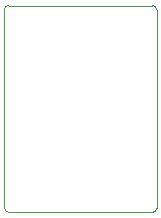
<source format=gm1>
G04 #@! TF.GenerationSoftware,KiCad,Pcbnew,(7.0.0)*
G04 #@! TF.CreationDate,2023-05-09T09:59:22+03:00*
G04 #@! TF.ProjectId,IoT_sulari_sensorboard,496f545f-7375-46c6-9172-695f73656e73,rev?*
G04 #@! TF.SameCoordinates,Original*
G04 #@! TF.FileFunction,Profile,NP*
%FSLAX46Y46*%
G04 Gerber Fmt 4.6, Leading zero omitted, Abs format (unit mm)*
G04 Created by KiCad (PCBNEW (7.0.0)) date 2023-05-09 09:59:22*
%MOMM*%
%LPD*%
G01*
G04 APERTURE LIST*
G04 #@! TA.AperFunction,Profile*
%ADD10C,0.100000*%
G04 #@! TD*
G04 APERTURE END LIST*
D10*
X137500000Y-82100000D02*
X142700000Y-82100000D01*
X144140000Y-99599999D02*
X131949999Y-99600142D01*
X131960000Y-82100001D02*
G75*
G03*
X131599858Y-82449999I-10000J-349999D01*
G01*
X137500000Y-82100000D02*
X131960000Y-82100000D01*
X144500000Y-82464152D02*
X144500142Y-99250000D01*
X144140000Y-99599999D02*
G75*
G03*
X144500142Y-99250000I10000J349999D01*
G01*
X144499957Y-82464151D02*
G75*
G03*
X144126713Y-82100001I-354357J10151D01*
G01*
X131600001Y-99240000D02*
G75*
G03*
X131949999Y-99600142I349999J-10000D01*
G01*
X142700000Y-82100000D02*
X144126713Y-82100001D01*
X131600000Y-99240000D02*
X131599858Y-82449999D01*
M02*

</source>
